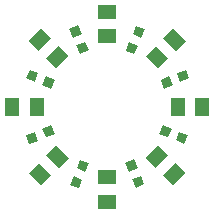
<source format=gtp>
G04 #@! TF.FileFunction,Paste,Top*
%FSLAX46Y46*%
G04 Gerber Fmt 4.6, Leading zero omitted, Abs format (unit mm)*
G04 Created by KiCad (PCBNEW (2016-04-07 BZR 6673, Git 973786d)-product) date Fri 08 Apr 2016 06:49:24 PM CEST*
%MOMM*%
G01*
G04 APERTURE LIST*
%ADD10C,0.150000*%
%ADD11R,1.500000X1.200000*%
%ADD12R,1.200000X1.500000*%
G04 APERTURE END LIST*
D10*
G36*
X72678813Y-57542734D02*
X72373600Y-56805885D01*
X73110449Y-56500672D01*
X73415662Y-57237521D01*
X72678813Y-57542734D01*
X72678813Y-57542734D01*
G37*
G36*
X72105323Y-56158208D02*
X71800110Y-55421359D01*
X72536959Y-55116146D01*
X72842172Y-55852995D01*
X72105323Y-56158208D01*
X72105323Y-56158208D01*
G37*
G36*
X70243261Y-60481803D02*
X69506412Y-60176590D01*
X69811625Y-59439741D01*
X70548474Y-59744954D01*
X70243261Y-60481803D01*
X70243261Y-60481803D01*
G37*
G36*
X68858735Y-59908314D02*
X68121886Y-59603101D01*
X68427099Y-58866252D01*
X69163948Y-59171465D01*
X68858735Y-59908314D01*
X68858735Y-59908314D01*
G37*
G36*
X70532734Y-64291187D02*
X69795885Y-64596400D01*
X69490672Y-63859551D01*
X70227521Y-63554338D01*
X70532734Y-64291187D01*
X70532734Y-64291187D01*
G37*
G36*
X69148208Y-64864677D02*
X68411359Y-65169890D01*
X68106146Y-64433041D01*
X68842995Y-64127828D01*
X69148208Y-64864677D01*
X69148208Y-64864677D01*
G37*
G36*
X73461803Y-66786739D02*
X73156590Y-67523588D01*
X72419741Y-67218375D01*
X72724954Y-66481526D01*
X73461803Y-66786739D01*
X73461803Y-66786739D01*
G37*
G36*
X72888314Y-68171265D02*
X72583101Y-68908114D01*
X71846252Y-68602901D01*
X72151465Y-67866052D01*
X72888314Y-68171265D01*
X72888314Y-68171265D01*
G37*
G36*
X77271187Y-66447266D02*
X77576400Y-67184115D01*
X76839551Y-67489328D01*
X76534338Y-66752479D01*
X77271187Y-66447266D01*
X77271187Y-66447266D01*
G37*
G36*
X77844677Y-67831792D02*
X78149890Y-68568641D01*
X77413041Y-68873854D01*
X77107828Y-68137005D01*
X77844677Y-67831792D01*
X77844677Y-67831792D01*
G37*
G36*
X79716739Y-63548197D02*
X80453588Y-63853410D01*
X80148375Y-64590259D01*
X79411526Y-64285046D01*
X79716739Y-63548197D01*
X79716739Y-63548197D01*
G37*
G36*
X81101265Y-64121686D02*
X81838114Y-64426899D01*
X81532901Y-65163748D01*
X80796052Y-64858535D01*
X81101265Y-64121686D01*
X81101265Y-64121686D01*
G37*
G36*
X76568197Y-57263261D02*
X76873410Y-56526412D01*
X77610259Y-56831625D01*
X77305046Y-57568474D01*
X76568197Y-57263261D01*
X76568197Y-57263261D01*
G37*
G36*
X77141686Y-55878735D02*
X77446899Y-55141886D01*
X78183748Y-55447099D01*
X77878535Y-56183948D01*
X77141686Y-55878735D01*
X77141686Y-55878735D01*
G37*
G36*
X79507266Y-59738813D02*
X80244115Y-59433600D01*
X80549328Y-60170449D01*
X79812479Y-60475662D01*
X79507266Y-59738813D01*
X79507266Y-59738813D01*
G37*
G36*
X80891792Y-59165323D02*
X81628641Y-58860110D01*
X81933854Y-59596959D01*
X81197005Y-59902172D01*
X80891792Y-59165323D01*
X80891792Y-59165323D01*
G37*
G36*
X78253637Y-66314297D02*
X79314297Y-65253637D01*
X80162825Y-66102165D01*
X79102165Y-67162825D01*
X78253637Y-66314297D01*
X78253637Y-66314297D01*
G37*
G36*
X79737175Y-67797835D02*
X80797835Y-66737175D01*
X81646363Y-67585703D01*
X80585703Y-68646363D01*
X79737175Y-67797835D01*
X79737175Y-67797835D01*
G37*
D11*
X75000000Y-67950980D03*
X75000000Y-70049020D03*
D10*
G36*
X70685703Y-65253637D02*
X71746363Y-66314297D01*
X70897835Y-67162825D01*
X69837175Y-66102165D01*
X70685703Y-65253637D01*
X70685703Y-65253637D01*
G37*
G36*
X69202165Y-66737175D02*
X70262825Y-67797835D01*
X69414297Y-68646363D01*
X68353637Y-67585703D01*
X69202165Y-66737175D01*
X69202165Y-66737175D01*
G37*
D12*
X69049020Y-62000000D03*
X66950980Y-62000000D03*
D10*
G36*
X71746363Y-57685703D02*
X70685703Y-58746363D01*
X69837175Y-57897835D01*
X70897835Y-56837175D01*
X71746363Y-57685703D01*
X71746363Y-57685703D01*
G37*
G36*
X70262825Y-56202165D02*
X69202165Y-57262825D01*
X68353637Y-56414297D01*
X69414297Y-55353637D01*
X70262825Y-56202165D01*
X70262825Y-56202165D01*
G37*
D12*
X80950980Y-62000000D03*
X83049020Y-62000000D03*
D10*
G36*
X79314297Y-58746363D02*
X78253637Y-57685703D01*
X79102165Y-56837175D01*
X80162825Y-57897835D01*
X79314297Y-58746363D01*
X79314297Y-58746363D01*
G37*
G36*
X80797835Y-57262825D02*
X79737175Y-56202165D01*
X80585703Y-55353637D01*
X81646363Y-56414297D01*
X80797835Y-57262825D01*
X80797835Y-57262825D01*
G37*
D11*
X75000000Y-56049020D03*
X75000000Y-53950980D03*
M02*

</source>
